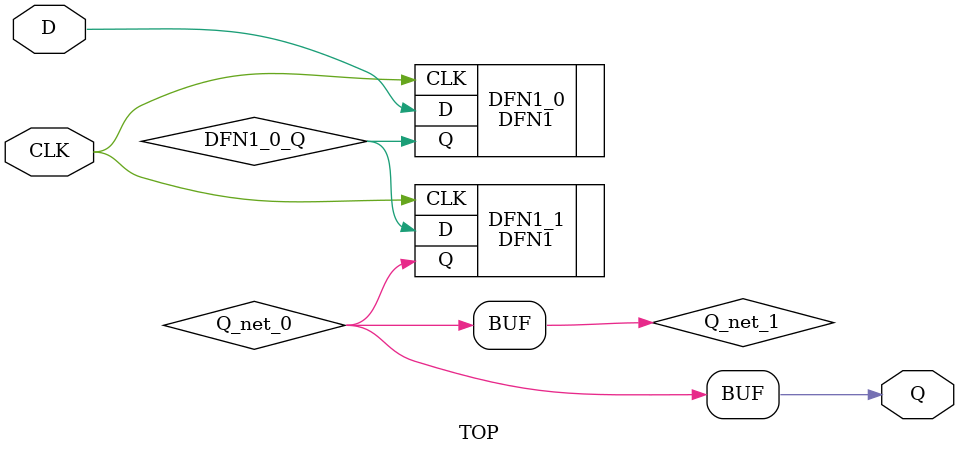
<source format=v>

`timescale 1ns / 100ps

module TOP(
    // Inputs
    CLK,
    D,
    // Outputs
    Q
);

//--------------------------------------------------------------------
// Input
//--------------------------------------------------------------------
input  CLK;
input  D;
//--------------------------------------------------------------------
// Output
//--------------------------------------------------------------------
output Q;
//--------------------------------------------------------------------
// Nets
//--------------------------------------------------------------------
wire   CLK;
wire   D;
wire   DFN1_0_Q;
wire   Q_net_0;
wire   Q_net_1;
//--------------------------------------------------------------------
// Top level output port assignments
//--------------------------------------------------------------------
assign Q_net_1 = Q_net_0;
assign Q       = Q_net_1;
//--------------------------------------------------------------------
// Component instances
//--------------------------------------------------------------------
//--------DFN1
DFN1 DFN1_0(
        // Inputs
        .D   ( D ),
        .CLK ( CLK ),
        // Outputs
        .Q   ( DFN1_0_Q ) 
        );

//--------DFN1
DFN1 DFN1_1(
        // Inputs
        .D   ( DFN1_0_Q ),
        .CLK ( CLK ),
        // Outputs
        .Q   ( Q_net_0 ) 
        );


endmodule

</source>
